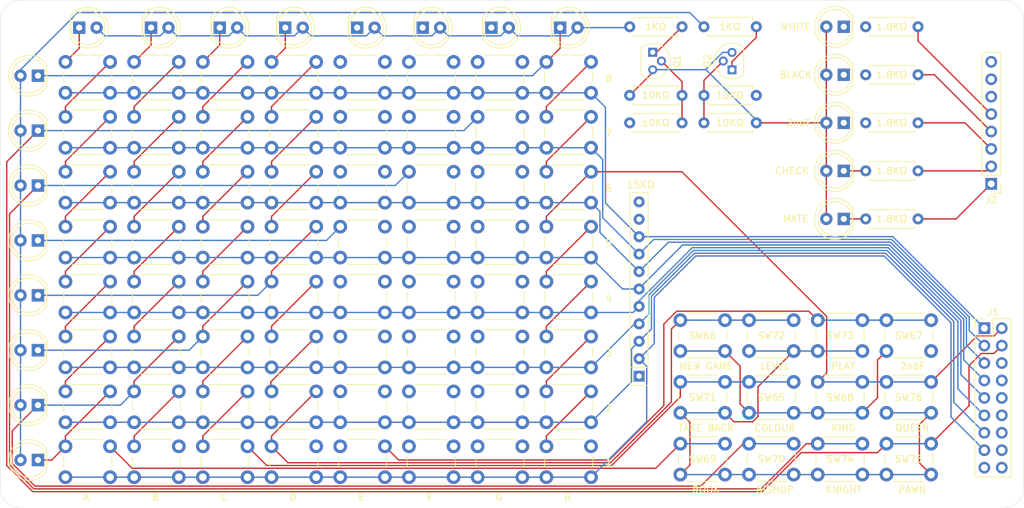
<source format=kicad_pcb>
(kicad_pcb (version 20241229) (generator "pcbnew") (generator_version "9.0")
  (layers (0 "F.Cu" signal) (2 "B.Cu" signal) (13 "F.Paste" user) (15 "B.Paste" user) (5 "F.SilkS" user "F.Silkscreen") (7 "B.SilkS" user "B.Silkscreen") (1 "F.Mask" user) (3 "B.Mask" user) (25 "Edge.Cuts" user))
  (net 0 "")
  (net 1 "Net-(D1-A)")
  (net 2 "/FILE_{A}")
  (net 3 "Net-(D10-A)")
  (net 4 "/FILE_{B}")
  (net 5 "/FILE_{C}")
  (net 6 "/FILE_{D}")
  (net 7 "/FILE_{E}")
  (net 8 "/FILE_{F}")
  (net 9 "/FILE_{G}")
  (net 10 "/FILE_{H}")
  (net 11 "VCC")
  (net 12 "Net-(D17-K)")
  (net 13 "Net-(D18-K)")
  (net 14 "Net-(D19-K)")
  (net 15 "Net-(D20-K)")
  (net 16 "Net-(D21-K)")
  (net 17 "/RANK_{3}")
  (net 18 "/RANK_{4}")
  (net 19 "/RANK_{2}")
  (net 20 "/RANK_{6}")
  (net 21 "/LED_{R}")
  (net 22 "/RANK_{1}")
  (net 23 "/RANK_{7}")
  (net 24 "/RANK_{5}")
  (net 25 "/RANK_{8}")
  (net 26 "/LED_{F}")
  (net 27 "/FUNC_{1}")
  (net 28 "/LED_{C}")
  (net 29 "/LED_{M}")
  (net 30 "/FUNC_{2}")
  (net 31 "/LED_{W}")
  (net 32 "/LED_{2F}")
  (net 33 "/LED_{B}")
  (net 34 "Net-(Q1-C)")
  (net 35 "Net-(Q1-B)")
  (net 36 "Net-(Q2-C)")
  (net 37 "Net-(Q2-B)")
  (footprint "Button_Switch_THT:SW_PUSH_6mm" (layer "F.Cu") (at 107.75 112.25)
    (property "Reference" "SW62" (hide yes))
    (property "Value" "F1" (hide yes))
  )
  (footprint "Button_Switch_THT:SW_PUSH_6mm" (layer "F.Cu") (at 87.75 64.25)
    (property "Reference" "SW12" (hide yes))
    (property "Value" "D7" (hide yes))
  )
  (footprint "LED_THT:LED_D5.0mm" (layer "F.Cu") (at 53.75 106.25 180)
    (property "Reference" "D3" (hide yes))
    (property "Value" "R_{2}" (hide yes))
  )
  (footprint "LED_THT:LED_D5.0mm" (layer "F.Cu") (at 171.04 65.12 180)
    (property "Reference" "D19" (hide yes))
    (property "Value" "2ndF")
  )
  (footprint "LED_THT:LED_D5.0mm" (layer "F.Cu") (at 53.75 90.25 180)
    (property "Reference" "D7" (hide yes))
    (property "Value" "R_{4}" (hide yes))
  )
  (footprint "LED_THT:LED_D5.0mm" (layer "F.Cu") (at 171.04 51.12 180)
    (property "Reference" "D17" (hide yes))
    (property "Value" "WHITE")
  )
  (footprint "Button_Switch_THT:SW_PUSH_6mm" (layer "F.Cu") (at 97.75 80.25)
    (property "Reference" "SW29" (hide yes))
    (property "Value" "E5" (hide yes))
  )
  (footprint "Button_Switch_THT:SW_PUSH_6mm" (layer "F.Cu") (at 117.75 112.25)
    (property "Reference" "SW63" (hide yes))
    (property "Value" "G1" (hide yes))
  )
  (footprint "LED_THT:LED_D5.0mm" (layer "F.Cu") (at 171.04 79.12 180)
    (property "Reference" "D21" (hide yes))
    (property "Value" "MATE")
  )
  (footprint "Button_Switch_THT:SW_PUSH_6mm" (layer "F.Cu") (at 87.75 88.25)
    (property "Reference" "SW36" (hide yes))
    (property "Value" "D4" (hide yes))
  )
  (footprint "Button_Switch_THT:SW_PUSH_6mm" (layer "F.Cu") (at 67.75 64.25)
    (property "Reference" "SW10" (hide yes))
    (property "Value" "B7" (hide yes))
  )
  (footprint "Button_Switch_THT:SW_PUSH_6mm" (layer "F.Cu") (at 127.75 56.25)
    (property "Reference" "SW8" (hide yes))
    (property "Value" "H8" (hide yes))
  )
  (footprint "Button_Switch_THT:SW_PUSH_6mm" (layer "F.Cu") (at 147.25 111.87)
    (property "Reference" "SW69" (hide yes))
    (property "Value" "ROOK")
  )
  (footprint "Button_Switch_THT:SW_PUSH_6mm" (layer "F.Cu") (at 177.25 93.87)
    (property "Reference" "SW67" (hide yes))
    (property "Value" "2ndF")
  )
  (footprint "Button_Switch_THT:SW_PUSH_6mm" (layer "F.Cu") (at 127.75 64.25)
    (property "Reference" "SW16" (hide yes))
    (property "Value" "H7" (hide yes))
  )
  (footprint "Button_Switch_THT:SW_PUSH_6mm" (layer "F.Cu") (at 67.75 72.25)
    (property "Reference" "SW18" (hide yes))
    (property "Value" "B6" (hide yes))
  )
  (footprint "Button_Switch_THT:SW_PUSH_6mm" (layer "F.Cu") (at 177.25 111.87)
    (property "Reference" "SW75" (hide yes))
    (property "Value" "PAWN")
  )
  (footprint "Button_Switch_THT:SW_PUSH_6mm" (layer "F.Cu") (at 127.75 88.25)
    (property "Reference" "SW40" (hide yes))
    (property "Value" "H4" (hide yes))
  )
  (footprint "Button_Switch_THT:SW_PUSH_6mm" (layer "F.Cu") (at 87.75 72.25)
    (property "Reference" "SW20" (hide yes))
    (property "Value" "D6" (hide yes))
  )
  (footprint "Button_Switch_THT:SW_PUSH_6mm" (layer "F.Cu") (at 77.75 56.25)
    (property "Reference" "SW3" (hide yes))
    (property "Value" "C8" (hide yes))
  )
  (footprint "LED_THT:LED_D5.0mm" (layer "F.Cu") (at 59.75 51.25)
    (property "Reference" "D2" (hide yes))
    (property "Value" "F_{A}" (hide yes))
  )
  (footprint "LED_THT:LED_D5.0mm" (layer "F.Cu") (at 109.75 51.25)
    (property "Reference" "D12" (hide yes))
    (property "Value" "F_{F}" (hide yes))
  )
  (footprint "Button_Switch_THT:SW_PUSH_6mm" (layer "F.Cu") (at 167.25 102.87)
    (property "Reference" "SW68" (hide yes))
    (property "Value" "KING")
  )
  (footprint "Button_Switch_THT:SW_PUSH_6mm" (layer "F.Cu") (at 57.75 88.25)
    (property "Reference" "SW33" (hide yes))
    (property "Value" "A4" (hide yes))
  )
  (footprint "Button_Switch_THT:SW_PUSH_6mm" (layer "F.Cu") (at 127.75 72.25)
    (property "Reference" "SW24" (hide yes))
    (property "Value" "H6" (hide yes))
  )
  (footprint "Button_Switch_THT:SW_PUSH_6mm" (layer "F.Cu") (at 77.75 96.25)
    (property "Reference" "SW43" (hide yes))
    (property "Value" "C3" (hide yes))
  )
  (footprint "LED_THT:LED_D5.0mm" (layer "F.Cu") (at 53.75 74.25 180)
    (property "Reference" "D11" (hide yes))
    (property "Value" "R_{6}" (hide yes))
  )
  (footprint "Button_Switch_THT:SW_PUSH_6mm" (layer "F.Cu") (at 127.75 80.25)
    (property "Reference" "SW32" (hide yes))
    (property "Value" "H5" (hide yes))
  )
  (footprint "Button_Switch_THT:SW_PUSH_6mm" (layer "F.Cu") (at 157.25 102.87)
    (property "Reference" "SW65" (hide yes))
    (property "Value" "COLOUR")
  )
  (footprint "LED_THT:LED_D5.0mm" (layer "F.Cu") (at 119.75 51.25)
    (property "Reference" "D14" (hide yes))
    (property "Value" "F_{G}" (hide yes))
  )
  (footprint "Button_Switch_THT:SW_PUSH_6mm" (layer "F.Cu") (at 87.75 112.25)
    (property "Reference" "SW60" (hide yes))
    (property "Value" "D1" (hide yes))
  )
  (footprint "Button_Switch_THT:SW_PUSH_6mm" (layer "F.Cu") (at 57.75 64.25)
    (property "Reference" "SW9" (hide yes))
    (property "Value" "A7" (hide yes))
  )
  (footprint "Button_Switch_THT:SW_PUSH_6mm" (layer "F.Cu") (at 167.25 93.87)
    (property "Reference" "SW73" (hide yes))
    (property "Value" "PLAY")
  )
  (footprint "LED_THT:LED_D5.0mm" (layer "F.Cu") (at 53.75 98.25 180)
    (property "Reference" "D5" (hide yes))
    (property "Value" "R_{3}" (hide yes))
  )
  (footprint "Button_Switch_THT:SW_PUSH_6mm" (layer "F.Cu") (at 147.25 102.87)
    (property "Reference" "SW71" (hide yes))
    (property "Value" "TAKE BACK")
  )
  (footprint "Button_Switch_THT:SW_PUSH_6mm" (layer "F.Cu") (at 67.75 104.25)
    (property "Reference" "SW50" (hide yes))
    (property "Value" "B2" (hide yes))
  )
  (footprint "Resistor_THT:R_Axial_DIN0207_L6.3mm_D2.5mm_P7.62mm_Horizontal" (layer "F.Cu") (at 174.23 79.12)
    (property "Reference" "R11" (hide yes))
    (property "Value" "1.8KΩ")
  )
  (footprint "Button_Switch_THT:SW_PUSH_6mm" (layer "F.Cu") (at 107.75 64.25)
    (property "Reference" "SW14" (hide yes))
    (property "Value" "F7" (hide yes))
  )
  (footprint "LED_THT:LED_D5.0mm" (layer "F.Cu") (at 100.21 51.25)
    (property "Reference" "D10" (hide yes))
    (property "Value" "F_{E}" (hide yes))
  )
  (footprint "Resistor_THT:R_Axial_DIN0207_L6.3mm_D2.5mm_P7.62mm_Horizontal" (layer "F.Cu") (at 158.31 65.12 180)
    (property "Reference" "R6" (hide yes))
    (property "Value" "10KΩ")
  )
  (footprint "Resistor_THT:R_Axial_DIN0207_L6.3mm_D2.5mm_P7.62mm_Horizontal" (layer "F.Cu") (at 174.23 58.12)
    (property "Reference" "R8" (hide yes))
    (property "Value" "1.8KΩ")
  )
  (footprint "Button_Switch_THT:SW_PUSH_6mm" (layer "F.Cu") (at 127.75 96.25)
    (property "Reference" "SW48" (hide yes))
    (property "Value" "H3" (hide yes))
  )
  (footprint "LED_THT:LED_D5.0mm" (layer "F.Cu") (at 80.21 51.25)
    (property "Reference" "D6" (hide yes))
    (property "Value" "F_{C}" (hide yes))
  )
  (footprint "Button_Switch_THT:SW_PUSH_6mm" (layer "F.Cu") (at 67.75 80.25)
    (property "Reference" "SW26" (hide yes))
    (property "Value" "B5" (hide yes))
  )
  (footprint "Resistor_THT:R_Axial_DIN0207_L6.3mm_D2.5mm_P7.62mm_Horizontal" (layer "F.Cu") (at 147.5 61.12 180)
    (property "Reference" "R3" (hide yes))
    (property "Value" "10KΩ")
  )
  (footprint "Button_Switch_THT:SW_PUSH_6mm" (layer "F.Cu") (at 67.75 112.25)
    (property "Reference" "SW58" (hide yes))
    (property "Value" "B1" (hide yes))
  )
  (footprint "Button_Switch_THT:SW_PUSH_6mm" (layer "F.Cu") (at 57.75 72.25)
    (property "Reference" "SW17" (hide yes))
    (property "Value" "A6" (hide yes))
  )
  (footprint "Button_Switch_THT:SW_PUSH_6mm" (layer "F.Cu") (at 97.75 88.25)
    (property "Reference" "SW37" (hide yes))
    (property "Value" "E4" (hide yes))
  )
  (footprint "Button_Switch_THT:SW_PUSH_6mm" (layer "F.Cu") (at 77.75 80.25)
    (property "Reference" "SW27" (hide yes))
    (property "Value" "C5" (hide yes))
  )
  (footprint "Button_Switch_THT:SW_PUSH_6mm" (layer "F.Cu") (at 107.75 56.25)
    (property "Reference" "SW6" (hide yes))
    (property "Value" "F8" (hide yes))
  )
  (footprint "LED_THT:LED_D5.0mm" (layer "F.Cu") (at 171.04 72.12 180)
    (property "Reference" "D20" (hide yes))
    (property "Value" "CHECK")
  )
  (footprint "Button_Switch_THT:SW_PUSH_6mm" (layer "F.Cu") (at 57.75 56.25)
    (property "Reference" "SW1" (hide yes))
    (property "Value" "A8" (hide yes))
  )
  (footprint "Button_Switch_THT:SW_PUSH_6mm" (layer "F.Cu") (at 107.75 88.25)
    (property "Reference" "SW38" (hide yes))
    (property "Value" "F4" (hide yes))
  )
  (footprint "Button_Switch_THT:SW_PUSH_6mm" (layer "F.Cu") (at 77.75 72.25)
    (property "Reference" "SW19" (hide yes))
    (property "Value" "C6" (hide yes))
  )
  (footprint "Button_Switch_THT:SW_PUSH_6mm" (layer "F.Cu") (at 87.75 104.25)
    (property "Reference" "SW52" (hide yes))
    (property "Value" "D2" (hide yes))
  )
  (footprint "Resistor_THT:R_Axial_DIN0207_L6.3mm_D2.5mm_P7.62mm_Horizontal" (layer "F.Cu") (at 174.23 72.12)
    (property "Reference" "R10" (hide yes))
    (property "Value" "1.8KΩ")
  )
  (footprint "Button_Switch_THT:SW_PUSH_6mm" (layer "F.Cu") (at 67.75 88.25)
    (property "Reference" "SW34" (hide yes))
    (property "Value" "B4" (hide yes))
  )
  (footprint "Button_Switch_THT:SW_PUSH_6mm" (layer "F.Cu") (at 97.75 104.25)
    (property "Reference" "SW53" (hide yes))
    (property "Value" "E2" (hide yes))
  )
  (footprint "Package_TO_SOT_THT:TO-92L" (layer "F.Cu") (at 143.23 54.84 -90)
    (property "Reference" "Q1")
    (property "Value" "PNP")
  )
  (footprint "Button_Switch_THT:SW_PUSH_6mm" (layer "F.Cu") (at 107.75 96.25)
    (property "Reference" "SW46" (hide yes))
    (property "Value" "F3" (hide yes))
  )
  (footprint "LED_THT:LED_D5.0mm" (layer "F.Cu") (at 70.21 51.25)
    (property "Reference" "D4" (hide yes))
    (property "Value" "F_{B}" (hide yes))
  )
  (footprint "Button_Switch_THT:SW_PUSH_6mm" (layer "F.Cu") (at 117.75 72.25)
    (property "Reference" "SW23" (hide yes))
    (property "Value" "G6" (hide yes))
  )
  (footprint "Button_Switch_THT:SW_PUSH_6mm" (layer "F.Cu") (at 167.25 111.87)
    (property "Reference" "SW74" (hide yes))
    (property "Value" "KNIGHT")
  )
  (footprint "Package_TO_SOT_THT:TO-92L" (layer "F.Cu") (at 154.77 57.4 90)
    (property "Reference" "Q2")
    (property "Value" "PNP")
  )
  (footprint "LED_THT:LED_D5.0mm" (layer "F.Cu") (at 53.75 58.25 180)
    (property "Reference" "D15" (hide yes))
    (property "Value" "R_{8}" (hide yes))
  )
  (footprint "Resistor_THT:R_Axial_DIN0207_L6.3mm_D2.5mm_P7.62mm_Horizontal" (layer "F.Cu") (at 150.69 51.12)
    (property "Reference" "R2" (hide yes))
    (property "Value" "1KΩ")
  )
  (footprint "LED_THT:LED_D5.0mm" (layer "F.Cu") (at 53.75 114.25 180)
    (property "Reference" "D1" (hide yes))
    (property "Value" "R_{1}" (hide yes))
  )
  (footprint "Button_Switch_THT:SW_PUSH_6mm" (layer "F.Cu") (at 177.25 102.87)
    (property "Reference" "SW76" (hide yes))
    (property "Value" "QUEEN")
  )
  (footprint "Button_Switch_THT:SW_PUSH_6mm" (layer "F.Cu") (at 117.75 104.25)
    (property "Reference" "SW55" (hide yes))
    (property "Value" "G2" (hide yes))
  )
  (footprint "Button_Switch_THT:SW_PUSH_6mm" (layer "F.Cu") (at 117.75 56.25)
    (property "Reference" "SW7" (hide yes))
    (property "Value" "G8" (hide yes))
  )
  (footprint "Button_Switch_THT:SW_PUSH_6mm" (layer "F.Cu") (at 157.25 93.87)
    (property "Reference" "SW72" (hide yes))
    (property "Value" "LEVEL")
  )
  (footprint "Button_Switch_THT:SW_PUSH_6mm" (layer "F.Cu") (at 117.75 96.25)
    (property "Reference" "SW47" (hide yes))
    (property "Value" "G3" (hide yes))
  )
  (footprint "Button_Switch_THT:SW_PUSH_6mm" (layer "F.Cu") (at 87.75 80.25)
    (property "Reference" "SW28" (hide yes))
    (property "Value" "D5" (hide yes))
  )
  (footprint "Resistor_THT:R_Axial_DIN0207_L6.3mm_D2.5mm_P7.62mm_Horizontal" (layer "F.Cu") (at 174.23 51.12)
    (property "Reference" "R7" (hide yes))
    (property "Value" "1.8KΩ")
  )
  (footprint "Button_Switch_THT:SW_PUSH_6mm" (layer "F.Cu") (at 97.75 112.25)
    (property "Reference" "SW61" (hide yes))
    (property "Value" "E1" (hide yes))
  )
  (footprint "Connector_PinHeader_2.54mm:PinHeader_1x08_P2.54mm_Vertical" (layer "F.Cu") (at 192.5 74.01 180)
    (property "Reference" "J2")
    (property "Value" "Conn_01x08" (hide yes))
  )
  (footprint "Button_Switch_THT:SW_PUSH_6mm" (layer "F.Cu") (at 107.75 80.25)
    (property "Reference" "SW30" (hide yes))
    (property "Value" "F5" (hide yes))
  )
  (footprint "Button_Switch_THT:SW_PUSH_6mm" (layer "F.Cu") (at 117.75 64.25)
    (property "Reference" "SW15" (hide yes))
    (property "Value" "G7" (hide yes))
  )
  (footprint "Connector_PinHeader_2.54mm:PinHeader_2x09_P2.54mm_Vertical" (layer "F.Cu") (at 191.5 95.04)
    (property "Reference" "J1")
    (property "Value" "Conn_02x09_Counter_Clockwise" (hide yes))
  )
  (footprint "Button_Switch_THT:SW_PUSH_6mm" (layer "F.Cu") (at 57.75 80.25)
    (property "Reference" "SW25" (hide yes))
    (property "Value" "A5" (hide yes))
  )
  (footprint "Button_Switch_THT:SW_PUSH_6mm" (layer "F.Cu") (at 67.75 96.25)
    (property "Reference" "SW42" (hide yes))
    (property "Value" "B3" (hide yes))
  )
  (footprint "Button_Switch_THT:SW_PUSH_6mm" (layer "F.Cu") (at 107.75 72.25)
    (property "Reference" "SW22" (hide yes))
    (property "Value" "F6" (hide yes))
  )
  (footprint "LED_THT:LED_D5.0mm" (layer "F.Cu") (at 53.75 66.25 180)
    (property "Reference" "D13" (hide yes))
    (property "Value" "R_{7}" (hide yes))
  )
  (footprint "Button_Switch_THT:SW_PUSH_6mm" (layer "F.Cu") (at 87.75 56.25)
    (property "Reference" "SW4" (hide yes))
    (property "Value" "D8" (hide yes))
  )
  (footprint "Button_Switch_THT:SW_PUSH_6mm" (layer "F.Cu") (at 127.75 112.25)
    (property "Reference" "SW64" (hide yes))
    (property "Value" "H1" (hide yes))
  )
  (footprint "Button_Switch_THT:SW_PUSH_6mm" (layer "F.Cu") (at 57.75 104.25)
    (property "Reference" "SW49" (hide yes))
    (property "Value" "A2" (hide yes))
  )
  (footprint "Button_Switch_THT:SW_PUSH_6mm" (layer "F.Cu") (at 77.75 104.25)
    (property "Reference" "SW51" (hide yes))
    (property "Value" "C2" (hide yes))
  )
  (footprint "Button_Switch_THT:SW_PUSH_6mm" (layer "F.Cu") (at 77.75 64.25)
    (property "Reference" "SW11" (hide yes))
    (property "Value" "C7" (hide yes))
  )
  (footprint "LED_THT:LED_D5.0mm" (layer "F.Cu") (at 53.75 82.25 180)
    (property "Reference" "D9" (hide yes))
    (property "Value" "R_{5}" (hide yes))
  )
  (footprint "Button_Switch_THT:SW_PUSH_6mm" (layer "F.Cu") (at 157.25 111.87)
    (property "Reference" "SW70" (hide yes))
    (property "Value" "BISHOP")
  )
  (footprint "Button_Switch_THT:SW_PUSH_6mm" (layer "F.Cu") (at 97.75 72.25)
    (property "Reference" "SW21" (hide yes))
    (property "Value" "E6" (hide yes))
  )
  (footprint "LED_THT:LED_D5.0mm" (layer "F.Cu") (at 171.04 58.12 180)
    (property "Reference" "D18" (hide yes))
    (property "Value" "BLACK")
  )
  (footprint "Button_Switch_THT:SW_PUSH_6mm" (layer "F.Cu") (at 87.75 96.25)
    (property "Reference" "SW44" (hide yes))
    (property "Value" "D3" (hide yes))
  )
  (footprint "Resistor_THT:R_Axial_DIN0207_L6.3mm_D2.5mm_P7.62mm_Horizontal" (layer "F.Cu") (at 147.5 51.12 180)
    (property "Reference" "R1" (hide yes))
    (property "Value" "1KΩ")
  )
  (footprint "Resistor_THT:R_Array_SIP11" (layer "F.Cu") (at 141.25 102.03 90)
    (property "Reference" "RN1" (hide yes))
    (property "Value" "15KΩ")
  )
  (footprint "LED_THT:LED_D5.0mm" (layer "F.Cu") (at 129.75 51.25)
    (property "Reference" "D16" (hide yes))
    (property "Value" "F_{H}" (hide yes))
  )
  (footprint "Resistor_THT:R_Axial_DIN0207_L6.3mm_D2.5mm_P7.62mm_Horizontal" (layer "F.Cu") (at 158.31 61.12 180)
    (property "Reference" "R5" (hide yes))
    (property "Value" "10KΩ")
  )
  (footprint "Button_Switch_THT:SW_PUSH_6mm" (layer "F.Cu") (at 77.75 88.25)
    (property "Reference" "SW35" (hide yes))
    (property "Value" "C4" (hide yes))
  )
  (footprint "Button_Switch_THT:SW_PUSH_6mm" (layer "F.Cu") (at 77.75 112.25)
    (property "Reference" "SW59" (hide yes))
    (property "Value" "C1" (hide yes))
  )
  (footprint "Button_Switch_THT:SW_PUSH_6mm" (layer "F.Cu") (at 97.75 64.25)
    (property "Reference" "SW13" (hide yes))
    (property "Value" "E7" (hide yes))
  )
  (footprint "Button_Switch_THT:SW_PUSH_6mm" (layer "F.Cu") (at 117.75 80.25)
    (property "Reference" "SW31" (hide yes))
    (property "Value" "G5" (hide yes))
  )
  (footprint "Resistor_THT:R_Axial_DIN0207_L6.3mm_D2.5mm_P7.62mm_Horizontal" (layer "F.Cu") (at 174.23 65.12)
    (property "Reference" "R9" (hide yes))
    (property "Value" "1.8KΩ")
  )
  (footprint "Button_Switch_THT:SW_PUSH_6mm" (layer "F.Cu") (at 107.75 104.25)
    (property "Reference" "SW54" (hide yes))
    (property "Value" "F2" (hide yes))
  )
  (footprint "Button_Switch_THT:SW_PUSH_6mm" (layer "F.Cu") (at 117.75 88.25)
    (property "Reference" "SW39" (hide yes))
    (property "Value" "G4" (hide yes))
  )
  (footprint "Button_Switch_THT:SW_PUSH_6mm" (layer "F.Cu") (at 127.75 104.25)
    (property "Reference" "SW56" (hide yes))
    (property "Value" "H2" (hide yes))
  )
  (footprint "Button_Switch_THT:SW_PUSH_6mm" (layer "F.Cu") (at 97.75 96.25)
    (property "Reference" "SW45" (hide yes))
    (property "Value" "E3" (hide yes))
  )
  (footprint "Button_Switch_THT:SW_PUSH_6mm" (layer "F.Cu") (at 57.75 112.25)
    (property "Reference" "SW57" (hide yes))
    (property "Value" "A1" (hide yes))
  )
  (footprint "Button_Switch_THT:SW_PUSH_6mm" (layer "F.Cu") (at 147.25 93.87)
    (property "Reference" "SW66" (hide yes))
    (property "Value" "NEW GAME")
  )
  (footprint "Button_Switch_THT:SW_PUSH_6mm" (layer "F.Cu") (at 67.75 56.25)
    (property "Reference" "SW2" (hide yes))
    (property "Value" "B8" (hide yes))
  )
  (footprint "Button_Switch_THT:SW_PUSH_6mm" (layer "F.Cu") (at 57.75 96.25)
    (property "Reference" "SW41" (hide yes))
    (property "Value" "A3" (hide yes))
  )
  (footprint "Button_Switch_THT:SW_PUSH_6mm" (layer "F.Cu") (at 97.75 56.25)
    (property "Reference" "SW5" (hide yes))
    (property "Value" "E8" (hide yes))
  )
  (footprint "Resistor_THT:R_Axial_DIN0207_L6.3mm_D2.5mm_P7.62mm_Horizontal" (layer "F.Cu") (at 139.88 65.12)
    (property "Reference" "R4" (hide yes))
    (property "Value" "10KΩ")
  )
  (footprint "LED_THT:LED_D5.0mm" (layer "F.Cu") (at 89.75 51.25)
    (property "Reference" "D8" (hide yes))
    (property "Value" "F_{D}" (hide yes))
  )
  (gr_line (start 197.25 50.25) (end 197.25 118.25) (stroke (width 0.05)) (layer "Edge.Cuts"))
  (gr_arc (start 48.25 50.25) (mid 49.12868 48.12868) (end 51.25 47.25) (stroke (width 0.05)) (layer "Edge.Cuts"))
  (gr_arc (start 51.25 121.25) (mid 49.12868 120.37132) (end 48.25 118.25) (stroke (width 0.05)) (layer "Edge.Cuts"))
  (gr_arc (start 194.25 47.25) (mid 196.37132 48.12868) (end 197.25 50.25) (stroke (width 0.05)) (layer "Edge.Cuts"))
  (gr_line (start 48.25 118.25) (end 48.25 50.25) (stroke (width 0.05)) (layer "Edge.Cuts"))
  (gr_line (start 51.25 47.25) (end 194.25 47.25) (stroke (width 0.05)) (layer "Edge.Cuts"))
  (gr_arc (start 197.25 118.25) (mid 196.37132 120.37132) (end 194.25 121.25) (stroke (width 0.05)) (layer "Edge.Cuts"))
  (gr_line (start 194.25 121.25) (end 51.25 121.25) (stroke (width 0.05)) (layer "Edge.Cuts"))
  (gr_text "1" (at 136.25 115.25 0) (layer "F.SilkS") (effects (font (size 1 1)) (justify left bottom)))
  (gr_text "B" (at 70.25 120.25 0) (layer "F.SilkS") (effects (font (size 1 1)) (justify left bottom)))
  (gr_text "2" (at 136.25 107.25 0) (layer "F.SilkS") (effects (font (size 1 1)) (justify left bottom)))
  (gr_text "7" (at 136.25 67.25 0) (layer "F.SilkS") (effects (font (size 1 1)) (justify left bottom)))
  (gr_text "F" (at 110.25 120.25 0) (layer "F.SilkS") (effects (font (size 1 1)) (justify left bottom)))
  (gr_text "H" (at 130.25 120.25 0) (layer "F.SilkS") (effects (font (size 1 1)) (justify left bottom)))
  (gr_text "G" (at 120.25 120.25 0) (layer "F.SilkS") (effects (font (size 1 1)) (justify left bottom)))
  (gr_text "A" (at 60.25 120.25 0) (layer "F.SilkS") (effects (font (size 1 1)) (justify left bottom)))
  (gr_text "D" (at 90.25 120.25 0) (layer "F.SilkS") (effects (font (size 1 1)) (justify left bottom)))
  (gr_text "3" (at 136.25 99.25 0) (layer "F.SilkS") (effects (font (size 1 1)) (justify left bottom)))
  (gr_text "6" (at 136.25 75.25 0) (layer "F.SilkS") (effects (font (size 1 1)) (justify left bottom)))
  (gr_text "8" (at 136.25 59.25 0) (layer "F.SilkS") (effects (font (size 1 1)) (justify left bottom)))
  (gr_text "4" (at 136.25 91.25 0) (layer "F.SilkS") (effects (font (size 1 1)) (justify left bottom)))
  (gr_text "C" (at 80.25 120.25 0) (layer "F.SilkS") (effects (font (size 1 1)) (justify left bottom)))
  (gr_text "5" (at 136.25 83.25 0) (layer "F.SilkS") (effects (font (size 1 1)) (justify left bottom)))
  (gr_text "E" (at 100.25 120.25 0) (layer "F.SilkS") (effects (font (size 1 1)) (justify left bottom)))
  (segment (start 51.21 57.388) (end 59.548 49.05) (width 0.2) (layer "B.Cu") (net 1))
  (segment (start 51.21 114.25) (end 51.21 58.25) (width 0.2) (layer "B.Cu") (net 1))
  (segment (start 59.548 49.05) (end 148.62 49.05) (width 0.2) (layer "B.Cu") (net 1))
  (segment (start 148.62 49.05) (end 150.69 51.12) (width 0.2) (layer "B.Cu") (net 1))
  (segment (start 51.21 58.25) (end 51.21 57.388) (width 0.2) (layer "B.Cu") (net 1))
  (segment (start 57.75 102.75) (end 57.75 104.25) (width 0.2) (layer "F.Cu") (net 2))
  (segment (start 143.67 115.45) (end 67.45 115.45) (width 0.2) (layer "F.Cu") (net 2))
  (segment (start 64.25 88.25) (end 57.75 94.75) (width 0.2) (layer "F.Cu") (net 2))
  (segment (start 57.75 94.75) (end 57.75 96.25) (width 0.2) (layer "F.Cu") (net 2))
  (segment (start 59.75 51.25) (end 59.75 54.25) (width 0.2) (layer "F.Cu") (net 2))
  (segment (start 57.75 78.75) (end 57.75 80.25) (width 0.2) (layer "F.Cu") (net 2))
  (segment (start 64.25 80.25) (end 57.75 86.75) (width 0.2) (layer "F.Cu") (net 2))
  (segment (start 67.45 115.45) (end 64.25 112.25) (width 0.2) (layer "F.Cu") (net 2))
  (segment (start 64.25 96.25) (end 57.75 102.75) (width 0.2) (layer "F.Cu") (net 2))
  (segment (start 64.25 64.25) (end 57.75 70.75) (width 0.2) (layer "F.Cu") (net 2))
  (segment (start 57.75 86.75) (end 57.75 88.25) (width 0.2) (layer "F.Cu") (net 2))
  (segment (start 57.75 112.25) (end 55.75 114.25) (width 0.2) (layer "F.Cu") (net 2))
  (segment (start 57.75 70.75) (end 57.75 72.25) (width 0.2) (layer "F.Cu") (net 2))
  (segment (start 64.25 104.25) (end 57.75 110.75) (width 0.2) (layer "F.Cu") (net 2))
  (segment (start 59.75 54.25) (end 57.75 56.25) (width 0.2) (layer "F.Cu") (net 2))
  (segment (start 64.25 72.25) (end 57.75 78.75) (width 0.2) (layer "F.Cu") (net 2))
  (segment (start 57.75 62.75) (end 57.75 64.25) (width 0.2) (layer "F.Cu") (net 2))
  (segment (start 55.75 114.25) (end 53.75 114.25) (width 0.2) (layer "F.Cu") (net 2))
  (segment (start 147.25 111.87) (end 143.67 115.45) (width 0.2) (layer "F.Cu") (net 2))
  (segment (start 64.25 56.25) (end 57.75 62.75) (width 0.2) (layer "F.Cu") (net 2))
  (segment (start 57.75 110.75) (end 57.75 112.25) (width 0.2) (layer "F.Cu") (net 2))
  (segment (start 147.25 111.87) (end 153.75 111.87) (width 0.2) (layer "B.Cu") (net 2))
  (segment (start 102.75 51.25) (end 103.951 52.451) (width 0.2) (layer "B.Cu") (net 3))
  (segment (start 121.089 52.451) (end 122.29 51.25) (width 0.2) (layer "B.Cu") (net 3))
  (segment (start 73.951 52.451) (end 81.549 52.451) (width 0.2) (layer "B.Cu") (net 3))
  (segment (start 93.491 52.451) (end 101.549 52.451) (width 0.2) (layer "B.Cu") (net 3))
  (segment (start 83.951 52.451) (end 91.089 52.451) (width 0.2) (layer "B.Cu") (net 3))
  (segment (start 103.951 52.451) (end 111.089 52.451) (width 0.2) (layer "B.Cu") (net 3))
  (segment (start 113.491 52.451) (end 121.089 52.451) (width 0.2) (layer "B.Cu") (net 3))
  (segment (start 92.29 51.25) (end 93.491 52.451) (width 0.2) (layer "B.Cu") (net 3))
  (segment (start 112.29 51.25) (end 113.491 52.451) (width 0.2) (layer "B.Cu") (net 3))
  (segment (start 81.549 52.451) (end 82.75 51.25) (width 0.2) (layer "B.Cu") (net 3))
  (segment (start 71.549 52.451) (end 72.75 51.25) (width 0.2) (layer "B.Cu") (net 3))
  (segment (start 63.491 52.451) (end 71.549 52.451) (width 0.2) (layer "B.Cu") (net 3))
  (segment (start 111.089 52.451) (end 112.29 51.25) (width 0.2) (layer "B.Cu") (net 3))
  (segment (start 139.75 51.25) (end 139.88 51.12) (width 0.2) (layer "B.Cu") (net 3))
  (segment (start 131.089 52.451) (end 132.29 51.25) (width 0.2) (layer "B.Cu") (net 3))
  (segment (start 91.089 52.451) (end 92.29 51.25) (width 0.2) (layer "B.Cu") (net 3))
  (segment (start 82.75 51.25) (end 83.951 52.451) (width 0.2) (layer "B.Cu") (net 3))
  (segment (start 62.29 51.25) (end 63.491 52.451) (width 0.2) (layer "B.Cu") (net 3))
  (segment (start 132.29 51.25) (end 139.75 51.25) (width 0.2) (layer "B.Cu") (net 3))
  (segment (start 101.549 52.451) (end 102.75 51.25) (width 0.2) (layer "B.Cu") (net 3))
  (segment (start 122.29 51.25) (end 123.491 52.451) (width 0.2) (layer "B.Cu") (net 3))
  (segment (start 72.75 51.25) (end 73.951 52.451) (width 0.2) (layer "B.Cu") (net 3))
  (segment (start 123.491 52.451) (end 131.089 52.451) (width 0.2) (layer "B.Cu") (net 3))
  (segment (start 67.75 110.75) (end 67.75 112.25) (width 0.2) (layer "F.Cu") (net 4))
  (segment (start 67.75 94.75) (end 67.75 96.25) (width 0.2) (layer "F.Cu") (net 4))
  (segment (start 67.75 86.75) (end 67.75 88.25) (width 0.2) (layer "F.Cu") (net 4))
  (segment (start 67.75 102.75) (end 67.75 104.25) (width 0.2) (layer "F.Cu") (net 4))
  (segment (start 50.009 114.747471) (end 50.009 109.991) (width 0.2) (layer "F.Cu") (net 4))
  (segment (start 74.25 56.25) (end 67.75 62.75) (width 0.2) (layer "F.Cu") (net 4))
  (segment (start 74.25 80.25) (end 67.75 86.75) (width 0.2) (layer "F.Cu") (net 4))
  (segment (start 74.25 104.25) (end 67.75 110.75) (width 0.2) (layer "F.Cu") (net 4))
  (segment (start 150.229108 118.051) (end 53.312529 118.051) (width 0.2) (layer "F.Cu") (net 4))
  (segment (start 157.25 111.87) (end 156.410108 111.87) (width 0.2) (layer "F.Cu") (net 4))
  (segment (start 74.25 72.25) (end 67.75 78.75) (width 0.2) (layer "F.Cu") (net 4))
  (segment (start 74.25 96.25) (end 67.75 102.75) (width 0.2) (layer "F.Cu") (net 4))
  (segment (start 50.009 109.991) (end 53.75 106.25) (width 0.2) (layer "F.Cu") (net 4))
  (segment (start 156.410108 111.87) (end 150.229108 118.051) (width 0.2) (layer "F.Cu") (net 4))
  (segment (start 67.75 62.75) (end 67.75 64.25) (width 0.2) (layer "F.Cu") (net 4))
  (segment (start 74.25 88.25) (end 67.75 94.75) (width 0.2) (layer "F.Cu") (net 4))
  (segment (start 70.21 53.79) (end 67.75 56.25) (width 0.2) (layer "F.Cu") (net 4))
  (segment (start 53.312529 118.051) (end 50.009 114.747471) (width 0.2) (layer "F.Cu") (net 4))
  (segment (start 74.25 64.25) (end 67.75 70.75) (width 0.2) (layer "F.Cu") (net 4))
  (segment (start 67.75 78.75) (end 67.75 80.25) (width 0.2) (layer "F.Cu") (net 4))
  (segment (start 70.21 51.25) (end 70.21 53.79) (width 0.2) (layer "F.Cu") (net 4))
  (segment (start 67.75 70.75) (end 67.75 72.25) (width 0.2) (layer "F.Cu") (net 4))
  (segment (start 53.75 106.25) (end 65.75 106.25) (width 0.2) (layer "B.Cu") (net 4))
  (segment (start 65.75 106.25) (end 67.75 104.25) (width 0.2) (layer "B.Cu") (net 4))
  (segment (start 157.25 111.87) (end 163.75 111.87) (width 0.2) (layer "B.Cu") (net 4))
  (segment (start 84.25 64.25) (end 77.75 70.75) (width 0.2) (layer "F.Cu") (net 5))
  (segment (start 84.25 88.25) (end 77.75 94.75) (width 0.2) (layer "F.Cu") (net 5))
  (segment (start 147.25 105.05) (end 137.25 115.05) (width 0.2) (layer "F.Cu") (net 5))
  (segment (start 77.75 78.75) (end 77.75 80.25) (width 0.2) (layer "F.Cu") (net 5))
  (segment (start 84.25 104.25) (end 77.75 110.75) (width 0.2) (layer "F.Cu") (net 5))
  (segment (start 137.25 115.05) (end 87.05 115.05) (width 0.2) (layer "F.Cu") (net 5))
  (segment (start 77.75 70.75) (end 77.75 72.25) (width 0.2) (layer "F.Cu") (net 5))
  (segment (start 84.25 96.25) (end 77.75 102.75) (width 0.2) (layer "F.Cu") (net 5))
  (segment (start 77.75 62.75) (end 77.75 64.25) (width 0.2) (layer "F.Cu") (net 5))
  (segment (start 84.25 72.25) (end 77.75 78.75) (width 0.2) (layer "F.Cu") (net 5))
  (segment (start 77.75 86.75) (end 77.75 88.25) (width 0.2) (layer "F.Cu") (net 5))
  (segment (start 84.25 56.25) (end 77.75 62.75) (width 0.2) (layer "F.Cu") (net 5))
  (segment (start 147.25 102.87) (end 147.25 105.05) (width 0.2) (layer "F.Cu") (net 5))
  (segment (start 87.05 115.05) (end 84.25 112.25) (width 0.2) (layer "F.Cu") (net 5))
  (segment (start 77.75 94.75) (end 77.75 96.25) (width 0.2) (layer "F.Cu") (net 5))
  (segment (start 84.25 80.25) (end 77.75 86.75) (width 0.2) (layer "F.Cu") (net 5))
  (segment (start 77.75 110.75) (end 77.75 112.25) (width 0.2) (layer "F.Cu") (net 5))
  (segment (start 77.75 102.75) (end 77.75 104.25) (width 0.2) (layer "F.Cu") (net 5))
  (segment (start 80.21 51.25) (end 80.21 53.79) (width 0.2) (layer "F.Cu") (net 5))
  (segment (start 80.21 53.79) (end 77.75 56.25) (width 0.2) (layer "F.Cu") (net 5))
  (segment (start 75.75 98.25) (end 77.75 96.25) (width 0.2) (layer "B.Cu") (net 5))
  (segment (start 53.75 98.25) (end 75.75 98.25) (width 0.2) (layer "B.Cu") (net 5))
  (segment (start 147.25 102.87) (end 163.75 102.87) (width 0.2) (layer "B.Cu") (net 5))
  (segment (start 87.75 78.75) (end 87.75 80.25) (width 0.2) (layer "F.Cu") (net 6))
  (segment (start 137.0839 114.649) (end 90.149 114.649) (width 0.2) (layer "F.Cu") (net 6))
  (segment (start 94.25 56.25) (end 87.75 62.75) (width 0.2) (layer "F.Cu") (net 6))
  (segment (start 94.25 96.25) (end 87.65 102.85) (width 0.2) (layer "F.Cu") (net 6))
  (segment (start 94.25 104.25) (end 87.75 110.75) (width 0.2) (layer "F.Cu") (net 6))
  (segment (start 145.949 105.7839) (end 137.0839 114.649) (width 0.2) (layer "F.Cu") (net 6))
  (segment (start 145.949 95.171) (end 145.949 105.7839) (width 0.2) (layer "F.Cu") (net 6))
  (segment (start 87.75 110.75) (end 87.75 112.25) (width 0.2) (layer "F.Cu") (net 6))
  (segment (start 94.25 72.25) (end 87.75 78.75) (width 0.2) (layer "F.Cu") (net 6))
  (segment (start 94.25 64.25) (end 87.75 70.75) (width 0.2) (layer "F.Cu") (net 6))
  (segment (start 94.25 80.25) (end 87.75 86.75) (width 0.2) (layer "F.Cu") (net 6))
  (segment (start 87.65 104.15) (end 87.75 104.25) (width 0.2) (layer "F.Cu") (net 6))
  (segment (start 147.25 93.87) (end 145.949 95.171) (width 0.2) (layer "F.Cu") (net 6))
  (segment (start 89.75 51.25) (end 89.75 54.25) (width 0.2) (layer "F.Cu") (net 6))
  (segment (start 87.75 70.75) (end 87.75 72.25) (width 0.2) (layer "F.Cu") (net 6))
  (segment (start 87.65 102.85) (end 87.65 104.15) (width 0.2) (layer "F.Cu") (net 6))
  (segment (start 87.75 94.75) (end 87.75 96.25) (width 0.2) (layer "F.Cu") (net 6))
  (segment (start 89.75 54.25) (end 87.75 56.25) (width 0.2) (layer "F.Cu") (net 6))
  (segment (start 87.75 86.75) (end 87.75 88.25) (width 0.2) (layer "F.Cu") (net 6))
  (segment (start 87.75 62.75) (end 87.75 64.25) (width 0.2) (layer "F.Cu") (net 6))
  (segment (start 94.25 88.25) (end 87.75 94.75) (width 0.2) (layer "F.Cu") (net 6))
  (segment (start 90.149 114.649) (end 87.75 112.25) (width 0.2) (layer "F.Cu") (net 6))
  (segment (start 53.75 90.25) (end 85.75 90.25) (width 0.2) (layer "B.Cu") (net 6))
  (segment (start 147.25 93.87) (end 163.75 93.87) (width 0.2) (layer "B.Cu") (net 6))
  (segment (start 85.75 90.25) (end 87.75 88.25) (width 0.2) (layer "B.Cu") (net 6))
  (segment (start 136.9178 114.248) (end 106.248 114.248) (width 0.2) (layer "F.Cu") (net 7))
  (segment (start 167.25 93.87) (end 165.949 92.569) (width 0.2) (layer "F.Cu") (net 7))
  (segment (start 144.85 106.3158) (end 136.9178 114.248) (width 0.2) (layer "F.Cu") (net 7))
  (segment (start 146.711108 92.569) (end 144.85 94.430108) (width 0.2) (layer "F.Cu") (net 7))
  (segment (start 165.949 92.569) (end 146.711108 92.569) (width 0.2) (layer "F.Cu") (net 7))
  (segment (start 106.248 114.248) (end 104.25 112.25) (width 0.2) (layer "F.Cu") (net 7))
  (segment (start 144.85 94.430108) (end 144.85 106.3158) (width 0.2) (layer "F.Cu") (net 7))
  (segment (start 53.75 82.25) (end 95.75 82.25) (width 0.2) (layer "B.Cu") (net 7))
  (segment (start 167.25 93.87) (end 183.75 93.87) (width 0.2) (layer "B.Cu") (net 7))
  (segment (start 95.75 82.25) (end 97.75 80.25) (width 0.2) (layer "B.Cu") (net 7))
  (segment (start 167.25 111.87) (end 165.589892 111.87) (width 0.2) (layer "F.Cu") (net 8))
  (segment (start 49.608 114.913571) (end 49.608 78.392) (width 0.2) (layer "F.Cu") (net 8))
  (segment (start 165.589892 111.87) (end 159.007892 118.452) (width 0.2) (layer "F.Cu") (net 8))
  (segment (start 53.146429 118.452) (end 49.608 114.913571) (width 0.2) (layer "F.Cu") (net 8))
  (segment (start 49.608 78.392) (end 53.75 74.25) (width 0.2) (layer "F.Cu") (net 8))
  (segment (start 159.007892 118.452) (end 53.146429 118.452) (width 0.2) (layer "F.Cu") (net 8))
  (segment (start 105.75 74.25) (end 107.75 72.25) (width 0.2) (layer "B.Cu") (net 8))
  (segment (start 53.75 74.25) (end 105.75 74.25) (width 0.2) (layer "B.Cu") (net 8))
  (segment (start 167.25 111.87) (end 173.75 111.87) (width 0.2) (layer "B.Cu") (net 8))
  (segment (start 159.173992 118.853) (end 52.980329 118.853) (width 0.2) (layer "F.Cu") (net 9))
  (segment (start 192.889 98.731) (end 194.04 97.58) (width 0.2) (layer "F.Cu") (net 9))
  (segment (start 189.269 100.48524) (end 191.02324 98.731) (width 0.2) (layer "F.Cu") (net 9))
  (segment (start 177.25 111.87) (end 175.949 113.171) (width 0.2) (layer "F.Cu") (net 9))
  (segment (start 189.269 106.351) (end 189.269 100.48524) (width 0.2) (layer "F.Cu") (net 9))
  (segment (start 49.207 115.079671) (end 49.207 70.793) (width 0.2) (layer "F.Cu") (net 9))
  (segment (start 183.75 111.87) (end 189.269 106.351) (width 0.2) (layer "F.Cu") (net 9))
  (segment (start 164.855992 113.171) (end 159.173992 118.853) (width 0.2) (layer "F.Cu") (net 9))
  (segment (start 175.949 113.171) (end 164.855992 113.171) (width 0.2) (layer "F.Cu") (net 9))
  (segment (start 191.02324 98.731) (end 192.889 98.731) (width 0.2) (layer "F.Cu") (net 9))
  (segment (start 52.980329 118.853) (end 49.207 115.079671) (width 0.2) (layer "F.Cu") (net 9))
  (segment (start 49.207 70.793) (end 53.75 66.25) (width 0.2) (layer "F.Cu") (net 9))
  (segment (start 53.75 66.25) (end 115.75 66.25) (width 0.2) (layer "B.Cu") (net 9))
  (segment (start 177.25 111.87) (end 183.75 111.87) (width 0.2) (layer "B.Cu") (net 9))
  (segment (start 115.75 66.25) (end 117.75 64.25) (width 0.2) (layer "B.Cu") (net 9))
  (segment (start 127.75 102.75) (end 127.75 104.25) (width 0.2) (layer "F.Cu") (net 10))
  (segment (start 168.551 93.331108) (end 147.469892 72.25) (width 0.2) (layer "F.Cu") (net 10))
  (segment (start 127.75 110.75) (end 127.75 112.25) (width 0.2) (layer "F.Cu") (net 10))
  (segment (start 129.75 54.25) (end 127.75 56.25) (width 0.2) (layer "F.Cu") (net 10))
  (segment (start 134.25 104.25) (end 127.75 110.75) (width 0.2) (layer "F.Cu") (net 10))
  (segment (start 134.25 88.25) (end 127.75 94.75) (width 0.2) (layer "F.Cu") (net 10))
  (segment (start 127.75 62.75) (end 127.75 64.25) (width 0.2) (layer "F.Cu") (net 10))
  (segment (start 134.25 56.25) (end 127.75 62.75) (width 0.2) (layer "F.Cu") (net 10))
  (segment (start 127.75 94.75) (end 127.75 96.25) (width 0.2) (layer "F.Cu") (net 10))
  (segment (start 147.469892 72.25) (end 134.25 72.25) (width 0.2) (layer "F.Cu") (net 10))
  (segment (start 127.75 78.75) (end 127.75 80.25) (width 0.2) (layer "F.Cu") (net 10))
  (segment (start 192.889 96.191) (end 194.04 95.04) (width 0.2) (layer "F.Cu") (net 10))
  (segment (start 168.551 101.569) (end 168.551 93.331108) (width 0.2) (layer "F.Cu") (net 10))
  (segment (start 190.429 96.191) (end 192.889 96.191) (width 0.2) (layer "F.Cu") (net 10))
  (segment (start 134.25 72.25) (end 127.75 78.75) (width 0.2) (layer "F.Cu") (net 10))
  (segment (start 183.75 102.87) (end 190.429 96.191) (width 0.2) (layer "F.Cu") (net 10))
  (segment (start 167.25 102.87) (end 168.551 101.569) (width 0.2) (layer "F.Cu") (net 10))
  (segment (start 134.25 64.25) (end 127.75 70.75) (width 0.2) (layer "F.Cu") (net 10))
  (segment (start 134.25 96.25) (end 127.75 102.75) (width 0.2) (layer "F.Cu") (net 10))
  (segment (start 127.75 86.75) (end 127.75 88.25) (width 0.2) (layer "F.Cu") (net 10))
  (segment (start 127.75 70.75) (end 127.75 72.25) (width 0.2) (layer "F.Cu") (net 10))
  (segment (start 129.75 51.25) (end 129.75 54.25) (width 0.2) (layer "F.Cu") (net 10))
  (segment (start 134.25 80.25) (end 127.75 86.75) (width 0.2) (layer "F.Cu") (net 10))
  (segment (start 183.75 102.87) (end 167.25 102.87) (width 0.2) (layer "B.Cu") (net 10))
  (segment (start 125.75 58.25) (end 127.75 56.25) (width 0.2) (layer "B.Cu") (net 10))
  (segment (start 53.75 58.25) (end 125.75 58.25) (width 0.2) (layer "B.Cu") (net 10))
  (segment (start 168.5 58.12) (end 168.5 79.12) (width 0.2) (layer "F.Cu") (net 11))
  (segment (start 143.23 57.77) (end 143.23 57.38) (width 0.2) (layer "F.Cu") (net 11))
  (segment (start 139.88 61.12) (end 143.23 57.77) (width 0.2) (layer "F.Cu") (net 11))
  (segment (start 168.5 65.12) (end 158.31 65.12) (width 0.2) (layer "F.Cu") (net 11))
  (segment (start 168.5 51.12) (end 168.5 58.12) (width 0.2) (layer "F.Cu") (net 11))
  (segment (start 150.98 57.38) (end 158.31 64.71) (width 0.2) (layer "B.Cu") (net 11))
  (segment (start 153.415082 54.86) (end 154.77 54.86) (width 0.2) (layer "B.Cu") (net 11))
  (segment (start 150.895082 57.38) (end 153.415082 54.86) (width 0.2) (layer "B.Cu") (net 11))
  (segment (start 150.895082 57.38) (end 150.98 57.38) (width 0.2) (layer "B.Cu") (net 11))
  (segment (start 143.23 57.38) (end 150.895082 57.38) (width 0.2) (layer "B.Cu") (net 11))
  (segment (start 158.31 64.71) (end 158.31 65.12) (width 0.2) (layer "B.Cu") (net 11))
  (segment (start 171.04 72.12) (end 174.23 72.12) (width 0.2) (layer "F.Cu") (net 15))
  (segment (start 171.04 79.12) (end 174.23 79.12) (width 0.2) (layer "F.Cu") (net 16))
  (segment (start 134.25 100.75) (end 140.59 94.41) (width 0.2) (layer "B.Cu") (net 17))
  (segment (start 191.5 107.74) (end 187.65 103.89) (width 0.2) (layer "B.Cu") (net 17))
  (segment (start 187.65 103.89) (end 187.65 94.0255) (width 0.2) (layer "B.Cu") (net 17))
  (segment (start 142.65 90.2171) (end 142.65 93.01) (width 0.2) (layer "B.Cu") (net 17))
  (segment (start 142.65 93.01) (end 141.25 94.41) (width 0.2) (layer "B.Cu") (net 17))
  (segment (start 149.1521 83.715) (end 142.65 90.2171) (width 0.2) (layer "B.Cu") (net 17))
  (segment (start 177.3395 83.715) (end 149.1521 83.715) (width 0.2) (layer "B.Cu") (net 17))
  (segment (start 140.59 94.41) (end 141.25 94.41) (width 0.2) (layer "B.Cu") (net 17))
  (segment (start 57.75 100.75) (end 134.25 100.75) (width 0.2) (layer "B.Cu") (net 17))
  (segment (start 187.65 94.0255) (end 177.3395 83.715) (width 0.2) (layer "B.Cu") (net 17))
  (segment (start 140.37 92.75) (end 141.25 91.87) (width 0.2) (layer "B.Cu") (net 18))
  (segment (start 188.09345 101.79345) (end 188.09345 93.90185) (width 0.2) (layer "B.Cu") (net 18))
  (segment (start 148.986 83.314) (end 141.25 91.05) (width 0.2) (layer "B.Cu") (net 18))
  (segment (start 177.5056 83.314) (end 148.986 83.314) (width 0.2) (layer "B.Cu") (net 18))
  (segment (start 134.25 92.75) (end 140.37 92.75) (width 0.2) (layer "B.Cu") (net 18))
  (segment (start 57.75 92.75) (end 134.25 92.75) (width 0.2) (layer "B.Cu") (net 18))
  (segment (start 141.25 91.05) (end 141.25 91.87) (width 0.2) (layer "B.Cu") (net 18))
  (segment (start 188.09345 93.90185) (end 177.5056 83.314) (width 0.2) (layer "B.Cu") (net 18))
  (segment (start 191.5 105.2) (end 188.09345 101.79345) (width 0.2) (layer "B.Cu") (net 18))
  (segment (start 191.5 110.28) (end 187.05 105.83) (width 0.2) (layer "B.Cu") (net 19))
  (segment (start 187.05 94.05) (end 177.116 84.116) (width 0.2) (layer "B.Cu") (net 19))
  (segment (start 57.75 108.75) (end 134.25 108.75) (width 0.2) (layer "B.Cu") (net 19))
  (segment (start 187.05 105.83) (end 187.05 94.05) (width 0.2) (layer "B.Cu") (net 19))
  (segment (start 177.116 84.116) (end 149.3182 84.116) (width 0.2) (layer "B.Cu") (net 19))
  (segment (start 134.25 108.75) (end 140.149 102.851) (width 0.2) (layer "B.Cu") (net 19))
  (segment (start 140.149 98.051) (end 141.25 96.95) (width 0.2) (layer "B.Cu") (net 19))
  (segment (start 140.149 102.851) (end 140.149 98.051) (width 0.2) (layer "B.Cu") (net 19))
  (segment (start 143.051 95.149) (end 141.25 96.95) (width 0.2) (layer "B.Cu") (net 19))
  (segment (start 149.3182 84.116) (end 143.051 90.3832) (width 0.2) (layer "B.Cu") (net 19))
  (segment (start 143.051 90.3832) (end 143.051 95.149) (width 0.2) (layer "B.Cu") (net 19))
  (segment (start 188.89545 97.51545) (end 188.89545 93.56965) (width 0.2) (layer "B.Cu") (net 20))
  (segment (start 57.75 76.75) (end 134.25 76.75) (width 0.2) (layer "B.Cu") (net 20))
  (segment (start 135.551 81.091) (end 141.25 86.79) (width 0.2) (layer "B.Cu") (net 20))
  (segment (start 135.551 78.051) (end 135.551 81.091) (width 0.2) (layer "B.Cu") (net 20))
  (segment (start 174.712 82.512) (end 145.528 82.512) (width 0.2) (layer "B.Cu") (net 20))
  (segment (start 134.25 76.75) (end 135.551 78.051) (width 0.2) (layer "B.Cu") (net 20))
  (segment (start 188.89545 93.56965) (end 177.8378 82.512) (width 0.2) (layer "B.Cu") (net 20))
  (segment (start 177.8378 82.512) (end 174.65 82.512) (width 0.2) (layer "B.Cu") (net 20))
  (segment (start 145.528 82.512) (end 141.25 86.79) (width 0.2) (layer "B.Cu") (net 20))
  (segment (start 191.5 100.12) (end 188.89545 97.51545) (width 0.2) (layer "B.Cu") (net 20))
  (segment (start 191.5 100.12) (end 191.5 99.3) (width 0.2) (layer "B.Cu") (net 20))
  (segment (start 186.649 94.249) (end 176.917 84.517) (width 0.2) (layer "B.Cu") (net 22))
  (segment (start 186.65 107.97) (end 186.65 105.9971) (width 0.2) (layer "B.Cu") (net 22))
  (segment (start 143.452 97.288) (end 141.25 99.49) (width 0.2) (layer "B.Cu") (net 22))
  (segment (start 186.65 105.9971) (end 186.649 105.9961) (width 0.2) (layer "B.Cu") (net 22))
  (segment (start 143.452 90.5493) (end 143.452 97.288) (width 0.2) (layer "B.Cu") (net 22))
  (segment (start 186.649 105.9961) (end 186.649 94.249) (width 0.2) (layer "B.Cu") (net 22))
  (segment (start 149.4843 84.517) (end 143.452 90.5493) (width 0.2) (layer "B.Cu") (net 22))
  (segment (start 57.75 116.75) (end 134.25 116.75) (width 0.2) (layer "B.Cu") (net 22))
  (segment (start 176.917 84.517) (end 149.4843 84.517) (width 0.2) (layer "B.Cu") (net 22))
  (segment (start 142.351 100.591) (end 141.25 99.49) (width 0.2) (layer "B.Cu") (net 22))
  (segment (start 142.351 108.649) (end 142.351 100.591) (width 0.2) (layer "B.Cu") (net 22))
  (segment (start 191.5 112.82) (end 186.65 107.97) (width 0.2) (layer "B.Cu") (net 22))
  (segment (start 134.25 116.75) (end 142.351 108.649) (width 0.2) (layer "B.Cu") (net 22))
  (segment (start 143.389 82.111) (end 141.25 84.25) (width 0.2) (layer "B.Cu") (net 23))
  (segment (start 57.75 68.75) (end 134.25 68.75) (width 0.2) (layer "B.Cu") (net 23))
  (segment (start 135.952 70.452) (end 135.952 78.952) (width 0.2) (layer "B.Cu") (net 23))
  (segment (start 189.29645 95.37645) (end 189.29645 93.40355) (width 0.2) (layer "B.Cu") (net 23))
  (segment (start 178.0039 82.111) (end 143.389 82.111) (width 0.2) (layer "B.Cu") (net 23))
  (segment (start 189.29645 93.40355) (end 178.0039 82.111) (width 0.2) (layer "B.Cu") (net 23))
  (segment (start 135.952 78.952) (end 141.25 84.25) (width 0.2) (layer "B.Cu") (net 23))
  (segment (start 134.25 68.75) (end 135.952 70.452) (width 0.2) (layer "B.Cu") (net 23))
  (segment (start 191.5 97.58) (end 189.29645 95.37645) (width 0.2) (layer "B.Cu") (net 23))
  (segment (start 191.5 97.58) (end 191.5 97.3) (width 0.2) (layer "B.Cu") (net 23))
  (segment (start 147.587 82.913) (end 141.25 89.25) (width 0.2) (layer "B.Cu") (net 24))
  (segment (start 138.83 89.33) (end 141.25 89.33) (width 0.2) (layer "B.Cu") (net 24))
  (segment (start 188.49445 93.73575) (end 177.6717 82.913) (width 0.2) (layer "B.Cu") (net 24))
  (segment (start 57.75 84.75) (end 134.25 84.75) (width 0.2) (layer "B.Cu") (net 24))
  (segment (start 141.25 89.25) (end 141.25 89.33) (width 0.2) (layer "B.Cu") (net 24))
  (segment (start 177.6717 82.913) (end 147.587 82.913) (width 0.2) (layer "B.Cu") (net 24))
  (segment (start 191.5 102.66) (end 188.49445 99.65445) (width 0.2) (layer "B.Cu") (net 24))
  (segment (start 134.25 84.75) (end 138.83 89.33) (width 0.2) (layer "B.Cu") (net 24))
  (segment (start 188.49445 99.65445) (end 188.49445 93.73575) (width 0.2) (layer "B.Cu") (net 24))
  (segment (start 136.353 62.853) (end 136.353 76.813) (width 0.2) (layer "B.Cu") (net 25))
  (segment (start 57.75 60.75) (end 134.25 60.75) (width 0.2) (layer "B.Cu") (net 25))
  (segment (start 191.5 95.04) (end 178.17 81.71) (width 0.2) (layer "B.Cu") (net 25))
  (segment (start 178.17 81.71) (end 141.25 81.71) (width 0.2) (layer "B.Cu") (net 25))
  (segment (start 136.353 76.813) (end 141.25 81.71) (width 0.2) (layer "B.Cu") (net 25))
  (segment (start 134.25 60.75) (end 136.353 62.853) (width 0.2) (layer "B.Cu") (net 25))
  (segment (start 153.75 98.37) (end 155.949 100.569) (width 0.2) (layer "F.Cu") (net 27))
  (segment (start 155.949 100.569) (end 155.949 106.069) (width 0.2) (layer "F.Cu") (net 27))
  (segment (start 175.949 99.671) (end 177.25 98.37) (width 0.2) (layer "F.Cu") (net 27))
  (segment (start 175.949 105.171) (end 175.949 99.671) (width 0.2) (layer "F.Cu") (net 27))
  (segment (start 155.949 106.069) (end 157.25 107.37) (width 0.2) (layer "F.Cu") (net 27))
  (segment (start 173.75 107.37) (end 175.949 105.171) (width 0.2) (layer "F.Cu") (net 27))
  (segment (start 147.25 98.37) (end 153.75 98.37) (width 0.2) (layer "B.Cu") (net 27))
  (segment (start 157.25 107.37) (end 173.75 107.37) (width 0.2) (layer "B.Cu") (net 27))
  (segment (start 191.85 72.12) (end 192.5 71.47) (width 0.2) (layer "F.Cu") (net 28))
  (segment (start 181.85 72.12) (end 191.85 72.12) (width 0.2) (layer "F.Cu") (net 28))
  (segment (start 187.39 79.12) (end 192.5 74.01) (width 0.2) (layer "F.Cu") (net 29))
  (segment (start 181.85 79.12) (end 187.39 79.12) (width 0.2) (layer "F.Cu") (net 29))
  (segment (start 163.75 98.37) (end 158.551 103.569) (width 0.2) (layer "F.Cu") (net 30))
  (segment (start 182.05 114.67) (end 183.75 116.37) (width 0.2) (layer "F.Cu") (net 30))
  (segment (start 182.05 109.07) (end 182.05 114.67) (width 0.2) (layer "F.Cu") (net 30))
  (segment (start 183.75 107.37) (end 182.05 109.07) (width 0.2) (layer "F.Cu") (net 30))
  (segment (start 147.25 116.37) (end 148.65 114.97) (width 0.2) (layer "F.Cu") (net 30))
  (segment (start 157.788892 108.671) (end 155.051 108.671) (width 0.2) (layer "F.Cu") (net 30))
  (segment (start 148.65 108.77) (end 147.25 107.37) (width 0.2) (layer "F.Cu") (net 30))
  (segment (start 148.65 114.97) (end 148.65 108.77) (width 0.2) (layer "F.Cu") (net 30))
  (segment (start 158.551 107.908892) (end 157.788892 108.671) (width 0.2) (layer "F.Cu") (net 30))
  (segment (start 158.551 103.569) (end 158.551 107.908892) (width 0.2) (layer "F.Cu") (net 30))
  (segment (start 155.051 108.671) (end 153.75 107.37) (width 0.2) (layer "F.Cu") (net 30))
  (segment (start 147.25 107.37) (end 153.75 107.37) (width 0.2) (layer "B.Cu") (net 30))
  (segment (start 147.25 116.37) (end 183.75 116.37) (width 0.2) (layer "B.Cu") (net 30))
  (segment (start 157.25 98.37) (end 173.75 98.37) (width 0.2) (layer "B.Cu") (net 30))
  (segment (start 177.25 107.37) (end 183.75 107.37) (width 0.2) (layer "B.Cu") (net 30))
  (segment (start 181.85 53.2) (end 192.5 63.85) (width 0.2) (layer "F.Cu") (net 31))
  (segment (start 181.85 51.12) (end 181.85 53.2) (width 0.2) (layer "F.Cu") (net 31))
  (segment (start 188.69 65.12) (end 192.5 68.93) (width 0.2) (layer "F.Cu") (net 32))
  (segment (start 181.85 65.12) (end 188.69 65.12) (width 0.2) (layer "F.Cu") (net 32))
  (segment (start 184.23 58.12) (end 192.5 66.39) (width 0.2) (layer "F.Cu") (net 33))
  (segment (start 181.85 58.12) (end 184.23 58.12) (width 0.2) (layer "F.Cu") (net 33))
  (segment (start 143.78 54.84) (end 147.5 51.12) (width 0.2) (layer "F.Cu") (net 34))
  (segment (start 143.23 54.84) (end 143.78 54.84) (width 0.2) (layer "F.Cu") (net 34))
  (segment (start 147.5 59.12) (end 144.5 56.12) (width 0.2) (layer "F.Cu") (net 35))
  (segment (start 147.5 61.12) (end 147.5 59.12) (width 0.2) (layer "F.Cu") (net 35))
  (segment (start 147.5 65.12) (end 147.5 61.12) (width 0.2) (layer "F.Cu") (net 35))
  (segment (start 158.31 51.12) (end 158.31 52.664918) (width 0.2) (layer "F.Cu") (net 36))
  (segment (start 154.77 56.204918) (end 154.77 57.4) (width 0.2) (layer "F.Cu") (net 36))
  (segment (start 158.31 52.664918) (end 154.77 56.204918) (width 0.2) (layer "F.Cu") (net 36))
  (segment (start 150.69 65.12) (end 150.69 61.12) (width 0.2) (layer "F.Cu") (net 37))
  (segment (start 150.69 61.12) (end 150.69 58.93) (width 0.2) (layer "F.Cu") (net 37))
  (segment (start 150.69 58.93) (end 153.5 56.12) (width 0.2) (layer "F.Cu") (net 37))
)
</source>
